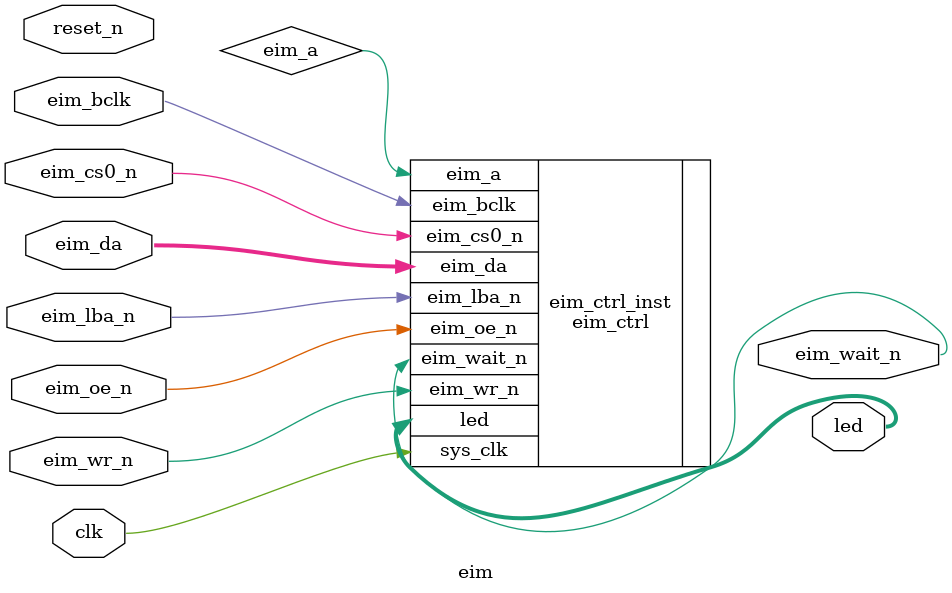
<source format=v>

module eim
  (
   // system clock and reset
   input wire 	       clk,
   input wire 	       reset_n,

   // EIM interface pins from CPU
   input wire 	       eim_bclk, // EIM burst clock. Started by the CPU.
   input wire 	       eim_cs0_n, // Chip select (active low).
   inout wire [7 : 0]  eim_da, // Bidirectional address and data port.
   input wire 	       eim_lba_n, // Latch address signal (active low).
   input wire 	       eim_wr_n, // write enable signal (active low).
   input wire 	       eim_oe_n, // output enable signal (active low).
   output wire 	       eim_wait_n, // Data wait signal (active low).

   output wire [2 : 0]  led
   );

   
  //----------------------------------------------------------------
  // eim_ctrl
  //
  // EIM arbiter handles EIM accesses and transfers it into
  // `sys_clk' clock domain. It also implements the FSM part
  // of the PoC. (This should probably bli separated.)
  //----------------------------------------------------------------
   eim_ctrl eim_ctrl_inst
     (
      .sys_clk(clk),

      .eim_bclk(eim_bclk),
      .eim_cs0_n(eim_cs0_n),
      .eim_da(eim_da),
      .eim_a(eim_a),
      .eim_lba_n(eim_lba_n),
      .eim_wr_n(eim_wr_n),
      .eim_oe_n(eim_oe_n),
      .eim_wait_n(eim_wait_n),

      .led(led)
      );


endmodule // eim

//======================================================================
// EOF eim.v
//======================================================================

</source>
